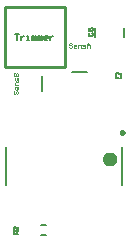
<source format=gto>
%FSTAX23Y23*%
%MOIN*%
%SFA1B1*%

%IPPOS*%
%ADD19C,0.010000*%
%ADD30C,0.009840*%
%ADD31C,0.023620*%
%ADD32C,0.007870*%
%ADD33C,0.005000*%
%ADD34C,0.004000*%
%LNdrv8825_printplaat-1*%
%LPD*%
G54D19*
X001Y00788D02*
X00301D01*
Y00587D02*
Y00788D01*
X001Y00587D02*
Y00788D01*
Y00587D02*
X00301D01*
G54D30*
X00497Y00369D02*
D01*
X00497Y0037*
X00497Y0037*
X00497Y0037*
X00497Y00371*
X00497Y00371*
X00496Y00371*
X00496Y00372*
X00496Y00372*
X00496Y00372*
X00496Y00372*
X00495Y00373*
X00495Y00373*
X00495Y00373*
X00495Y00373*
X00494Y00373*
X00494Y00374*
X00494Y00374*
X00493Y00374*
X00493Y00374*
X00493Y00374*
X00492Y00374*
X00492Y00374*
X00492*
X00491Y00374*
X00491Y00374*
X00491Y00374*
X0049Y00374*
X0049Y00374*
X0049Y00374*
X00489Y00373*
X00489Y00373*
X00489Y00373*
X00489Y00373*
X00488Y00373*
X00488Y00372*
X00488Y00372*
X00488Y00372*
X00488Y00372*
X00487Y00371*
X00487Y00371*
X00487Y00371*
X00487Y0037*
X00487Y0037*
X00487Y0037*
X00487Y00369*
X00487Y00369*
X00487Y00369*
X00487Y00368*
X00487Y00368*
X00487Y00368*
X00487Y00367*
X00488Y00367*
X00488Y00367*
X00488Y00366*
X00488Y00366*
X00488Y00366*
X00489Y00366*
X00489Y00365*
X00489Y00365*
X00489Y00365*
X0049Y00365*
X0049Y00365*
X0049Y00365*
X00491Y00364*
X00491Y00364*
X00491Y00364*
X00492Y00364*
X00492*
X00492Y00364*
X00493Y00364*
X00493Y00364*
X00493Y00365*
X00494Y00365*
X00494Y00365*
X00494Y00365*
X00495Y00365*
X00495Y00365*
X00495Y00366*
X00495Y00366*
X00496Y00366*
X00496Y00366*
X00496Y00367*
X00496Y00367*
X00496Y00367*
X00497Y00368*
X00497Y00368*
X00497Y00368*
X00497Y00369*
X00497Y00369*
X00497Y00369*
G54D31*
X00462Y00281D02*
D01*
X00462Y00281*
X00462Y00282*
X00462Y00283*
X00462Y00284*
X00462Y00285*
X00461Y00285*
X00461Y00286*
X00461Y00287*
X0046Y00288*
X0046Y00288*
X00459Y00289*
X00458Y00289*
X00458Y0029*
X00457Y0029*
X00456Y00291*
X00456Y00291*
X00455Y00292*
X00454Y00292*
X00453Y00292*
X00453Y00292*
X00452Y00292*
X00451Y00292*
X0045*
X00449Y00292*
X00448Y00292*
X00448Y00292*
X00447Y00292*
X00446Y00292*
X00445Y00291*
X00445Y00291*
X00444Y0029*
X00443Y0029*
X00443Y00289*
X00442Y00289*
X00441Y00288*
X00441Y00288*
X00441Y00287*
X0044Y00286*
X0044Y00285*
X00439Y00285*
X00439Y00284*
X00439Y00283*
X00439Y00282*
X00439Y00281*
X00439Y00281*
X00439Y0028*
X00439Y00279*
X00439Y00278*
X00439Y00277*
X00439Y00277*
X0044Y00276*
X0044Y00275*
X00441Y00274*
X00441Y00274*
X00441Y00273*
X00442Y00272*
X00443Y00272*
X00443Y00271*
X00444Y00271*
X00445Y0027*
X00445Y0027*
X00446Y0027*
X00447Y00269*
X00448Y00269*
X00448Y00269*
X00449Y00269*
X0045Y00269*
X00451*
X00452Y00269*
X00453Y00269*
X00453Y00269*
X00454Y00269*
X00455Y0027*
X00456Y0027*
X00456Y0027*
X00457Y00271*
X00458Y00271*
X00458Y00272*
X00459Y00272*
X0046Y00273*
X0046Y00274*
X00461Y00274*
X00461Y00275*
X00461Y00276*
X00462Y00277*
X00462Y00277*
X00462Y00278*
X00462Y00279*
X00462Y0028*
X00462Y00281*
G54D32*
X0049Y00194D02*
Y0032D01*
X00104Y00194D02*
Y0032D01*
X00222Y00062D02*
X00237D01*
X00222Y00027D02*
X00237D01*
X00225Y00506D02*
Y00558D01*
X00324Y00572D02*
X00375D01*
X00402Y00686D02*
Y00718D01*
X00497Y00686D02*
Y00718D01*
G54D33*
X00135Y00697D02*
X00148D01*
X00141*
Y00677*
X00154Y0069D02*
Y00677D01*
Y00684*
X00158Y00687*
X00161Y0069*
X00164*
X00174Y00677D02*
X00181D01*
X00178*
Y0069*
X00174*
X00191Y00677D02*
Y0069D01*
X00194*
X00198Y00687*
Y00677*
Y00687*
X00201Y0069*
X00204Y00687*
Y00677*
X00211D02*
Y0069D01*
X00214*
X00218Y00687*
Y00677*
Y00687*
X00221Y0069*
X00224Y00687*
Y00677*
X00241D02*
X00234D01*
X00231Y0068*
Y00687*
X00234Y0069*
X00241*
X00244Y00687*
Y00684*
X00231*
X00251Y0069D02*
Y00677D01*
Y00684*
X00254Y00687*
X00258Y0069*
X00261*
X00145Y0003D02*
X0013D01*
Y00037*
X00132Y0004*
X00137*
X0014Y00037*
Y0003*
Y00035D02*
X00145Y0004D01*
Y00054D02*
Y00044D01*
X00135Y00054*
X00132*
X0013Y00052*
Y00047*
X00132Y00044*
X00382Y00702D02*
X0038Y007D01*
Y00695*
X00382Y00692*
X00392*
X00395Y00695*
Y007*
X00392Y00702*
X0038Y00717D02*
Y00707D01*
X00387*
X00385Y00712*
Y00714*
X00387Y00717*
X00392*
X00395Y00714*
Y00709*
X00392Y00707*
X0048Y00565D02*
X00477Y00567D01*
X00472*
X0047Y00565*
Y00555*
X00472Y00552*
X00477*
X0048Y00555*
X00485Y00552D02*
X00489D01*
X00487*
Y00567*
X00485Y00565*
G54D34*
X00325Y00665D02*
X00322Y00667D01*
X00317*
X00315Y00665*
Y00662*
X00317Y0066*
X00322*
X00325Y00657*
Y00655*
X00322Y00652*
X00317*
X00315Y00655*
X00337Y00652D02*
X00332D01*
X0033Y00655*
Y0066*
X00332Y00662*
X00337*
X00339Y0066*
Y00657*
X0033*
X00344Y00652D02*
Y00662D01*
X00352*
X00354Y0066*
Y00652*
X00359D02*
X00367D01*
X00369Y00655*
X00367Y00657*
X00362*
X00359Y0066*
X00362Y00662*
X00369*
X00374Y00652D02*
Y00662D01*
X00379Y00667*
X00384Y00662*
Y00652*
Y0066*
X00374*
X00132Y00507D02*
X0013Y00505D01*
Y005*
X00132Y00497*
X00135*
X00137Y005*
Y00505*
X0014Y00507*
X00142*
X00145Y00505*
Y005*
X00142Y00497*
X00145Y00519D02*
Y00514D01*
X00142Y00512*
X00137*
X00135Y00514*
Y00519*
X00137Y00522*
X0014*
Y00512*
X00145Y00527D02*
X00135D01*
Y00534*
X00137Y00537*
X00145*
Y00542D02*
Y00549D01*
X00142Y00552*
X0014Y00549*
Y00544*
X00137Y00542*
X00135Y00544*
Y00552*
X0013Y00557D02*
X00145D01*
Y00564*
X00142Y00567*
X0014*
X00137Y00564*
Y00557*
Y00564*
X00135Y00567*
X00132*
X0013Y00564*
Y00557*
M02*
</source>
